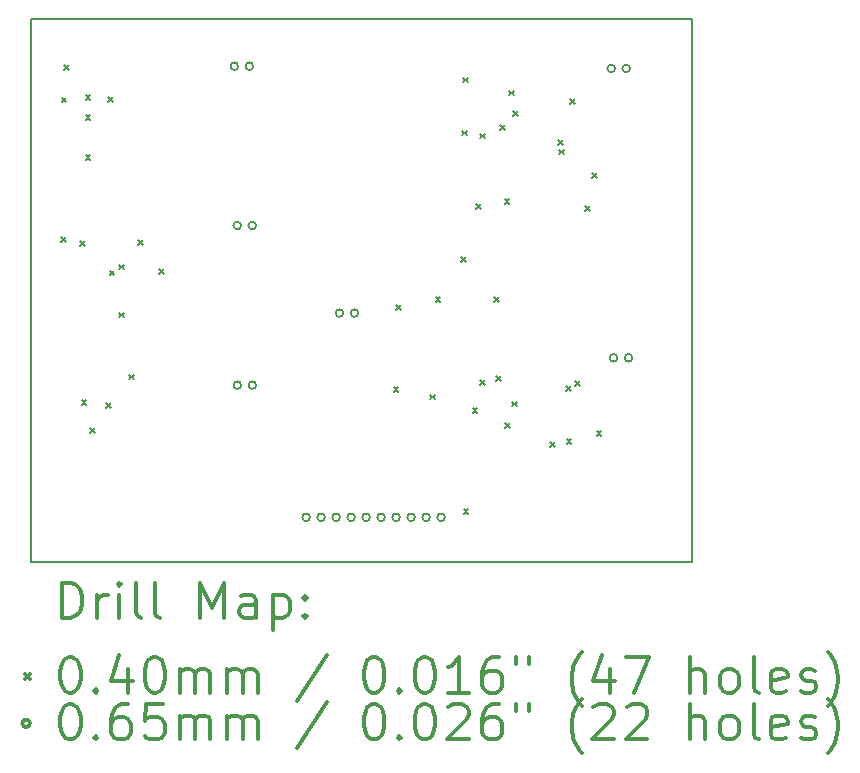
<source format=gbr>
%FSLAX45Y45*%
G04 Gerber Fmt 4.5, Leading zero omitted, Abs format (unit mm)*
G04 Created by KiCad (PCBNEW 4.0.7) date 04/07/18 17:01:16*
%MOMM*%
%LPD*%
G01*
G04 APERTURE LIST*
%ADD10C,0.127000*%
%ADD11C,0.150000*%
%ADD12C,0.200000*%
%ADD13C,0.300000*%
G04 APERTURE END LIST*
D10*
D11*
X12187000Y-8213000D02*
X12187000Y-8313000D01*
X17787000Y-8213000D02*
X12187000Y-8213000D01*
X17787000Y-12813000D02*
X17787000Y-8213000D01*
X12187000Y-12813000D02*
X17787000Y-12813000D01*
X12187000Y-8313000D02*
X12187000Y-12813000D01*
D12*
X12445570Y-10057980D02*
X12485570Y-10097980D01*
X12485570Y-10057980D02*
X12445570Y-10097980D01*
X12447050Y-8880000D02*
X12487050Y-8920000D01*
X12487050Y-8880000D02*
X12447050Y-8920000D01*
X12466340Y-8602460D02*
X12506340Y-8642460D01*
X12506340Y-8602460D02*
X12466340Y-8642460D01*
X12607160Y-10095530D02*
X12647160Y-10135530D01*
X12647160Y-10095530D02*
X12607160Y-10135530D01*
X12616470Y-11437640D02*
X12656470Y-11477640D01*
X12656470Y-11437640D02*
X12616470Y-11477640D01*
X12651000Y-8855220D02*
X12691000Y-8895220D01*
X12691000Y-8855220D02*
X12651000Y-8895220D01*
X12651590Y-9030000D02*
X12691590Y-9070000D01*
X12691590Y-9030000D02*
X12651590Y-9070000D01*
X12651650Y-9368000D02*
X12691650Y-9408000D01*
X12691650Y-9368000D02*
X12651650Y-9408000D01*
X12687590Y-11678600D02*
X12727590Y-11718600D01*
X12727590Y-11678600D02*
X12687590Y-11718600D01*
X12822100Y-11466810D02*
X12862100Y-11506810D01*
X12862100Y-11466810D02*
X12822100Y-11506810D01*
X12843790Y-8878000D02*
X12883790Y-8918000D01*
X12883790Y-8878000D02*
X12843790Y-8918000D01*
X12853590Y-10343360D02*
X12893590Y-10383360D01*
X12893590Y-10343360D02*
X12853590Y-10383360D01*
X12936510Y-10292790D02*
X12976510Y-10332790D01*
X12976510Y-10292790D02*
X12936510Y-10332790D01*
X12936510Y-10699440D02*
X12976510Y-10739440D01*
X12976510Y-10699440D02*
X12936510Y-10739440D01*
X13020930Y-11225210D02*
X13060930Y-11265210D01*
X13060930Y-11225210D02*
X13020930Y-11265210D01*
X13094920Y-10084880D02*
X13134920Y-10124880D01*
X13134920Y-10084880D02*
X13094920Y-10124880D01*
X13271560Y-10330000D02*
X13311560Y-10370000D01*
X13311560Y-10330000D02*
X13271560Y-10370000D01*
X15259460Y-11328100D02*
X15299460Y-11368100D01*
X15299460Y-11328100D02*
X15259460Y-11368100D01*
X15281740Y-10636600D02*
X15321740Y-10676600D01*
X15321740Y-10636600D02*
X15281740Y-10676600D01*
X15568270Y-11394510D02*
X15608270Y-11434510D01*
X15608270Y-11394510D02*
X15568270Y-11434510D01*
X15615330Y-10567750D02*
X15655330Y-10607750D01*
X15655330Y-10567750D02*
X15615330Y-10607750D01*
X15829420Y-10229550D02*
X15869420Y-10269550D01*
X15869420Y-10229550D02*
X15829420Y-10269550D01*
X15838630Y-9159560D02*
X15878630Y-9199560D01*
X15878630Y-9159560D02*
X15838630Y-9199560D01*
X15844490Y-8710250D02*
X15884490Y-8750250D01*
X15884490Y-8710250D02*
X15844490Y-8750250D01*
X15850530Y-12362480D02*
X15890530Y-12402480D01*
X15890530Y-12362480D02*
X15850530Y-12402480D01*
X15928290Y-11511270D02*
X15968290Y-11551270D01*
X15968290Y-11511270D02*
X15928290Y-11551270D01*
X15954740Y-9782760D02*
X15994740Y-9822760D01*
X15994740Y-9782760D02*
X15954740Y-9822760D01*
X15990820Y-11271580D02*
X16030820Y-11311580D01*
X16030820Y-11271580D02*
X15990820Y-11311580D01*
X15993730Y-9185000D02*
X16033730Y-9225000D01*
X16033730Y-9185000D02*
X15993730Y-9225000D01*
X16110340Y-10566390D02*
X16150340Y-10606390D01*
X16150340Y-10566390D02*
X16110340Y-10606390D01*
X16127840Y-11236330D02*
X16167840Y-11276330D01*
X16167840Y-11236330D02*
X16127840Y-11276330D01*
X16158640Y-9110260D02*
X16198640Y-9150260D01*
X16198640Y-9110260D02*
X16158640Y-9150260D01*
X16199030Y-9738390D02*
X16239030Y-9778390D01*
X16239030Y-9738390D02*
X16199030Y-9778390D01*
X16202870Y-11636830D02*
X16242870Y-11676830D01*
X16242870Y-11636830D02*
X16202870Y-11676830D01*
X16238610Y-8820310D02*
X16278610Y-8860310D01*
X16278610Y-8820310D02*
X16238610Y-8860310D01*
X16261400Y-11453700D02*
X16301400Y-11493700D01*
X16301400Y-11453700D02*
X16261400Y-11493700D01*
X16271880Y-8992960D02*
X16311880Y-9032960D01*
X16311880Y-8992960D02*
X16271880Y-9032960D01*
X16581880Y-11794390D02*
X16621880Y-11834390D01*
X16621880Y-11794390D02*
X16581880Y-11834390D01*
X16653130Y-9240330D02*
X16693130Y-9280330D01*
X16693130Y-9240330D02*
X16653130Y-9280330D01*
X16659780Y-9320370D02*
X16699780Y-9360370D01*
X16699780Y-9320370D02*
X16659780Y-9360370D01*
X16720680Y-11319860D02*
X16760680Y-11359860D01*
X16760680Y-11319860D02*
X16720680Y-11359860D01*
X16722560Y-11770510D02*
X16762560Y-11810510D01*
X16762560Y-11770510D02*
X16722560Y-11810510D01*
X16753060Y-8892620D02*
X16793060Y-8932620D01*
X16793060Y-8892620D02*
X16753060Y-8932620D01*
X16794810Y-11279890D02*
X16834810Y-11319890D01*
X16834810Y-11279890D02*
X16794810Y-11319890D01*
X16879540Y-9795460D02*
X16919540Y-9835460D01*
X16919540Y-9795460D02*
X16879540Y-9835460D01*
X16941770Y-9517350D02*
X16981770Y-9557350D01*
X16981770Y-9517350D02*
X16941770Y-9557350D01*
X16977010Y-11705000D02*
X17017010Y-11745000D01*
X17017010Y-11705000D02*
X16977010Y-11745000D01*
X13942500Y-8613000D02*
G75*
G03X13942500Y-8613000I-32500J0D01*
G01*
X13967500Y-9963000D02*
G75*
G03X13967500Y-9963000I-32500J0D01*
G01*
X13967500Y-11313000D02*
G75*
G03X13967500Y-11313000I-32500J0D01*
G01*
X14069500Y-8613000D02*
G75*
G03X14069500Y-8613000I-32500J0D01*
G01*
X14094500Y-9963000D02*
G75*
G03X14094500Y-9963000I-32500J0D01*
G01*
X14094500Y-11313000D02*
G75*
G03X14094500Y-11313000I-32500J0D01*
G01*
X14549500Y-12433000D02*
G75*
G03X14549500Y-12433000I-32500J0D01*
G01*
X14676500Y-12433000D02*
G75*
G03X14676500Y-12433000I-32500J0D01*
G01*
X14803500Y-12433000D02*
G75*
G03X14803500Y-12433000I-32500J0D01*
G01*
X14832500Y-10703000D02*
G75*
G03X14832500Y-10703000I-32500J0D01*
G01*
X14930500Y-12433000D02*
G75*
G03X14930500Y-12433000I-32500J0D01*
G01*
X14959500Y-10703000D02*
G75*
G03X14959500Y-10703000I-32500J0D01*
G01*
X15057500Y-12433000D02*
G75*
G03X15057500Y-12433000I-32500J0D01*
G01*
X15184500Y-12433000D02*
G75*
G03X15184500Y-12433000I-32500J0D01*
G01*
X15311500Y-12433000D02*
G75*
G03X15311500Y-12433000I-32500J0D01*
G01*
X15438500Y-12433000D02*
G75*
G03X15438500Y-12433000I-32500J0D01*
G01*
X15565500Y-12433000D02*
G75*
G03X15565500Y-12433000I-32500J0D01*
G01*
X15692500Y-12433000D02*
G75*
G03X15692500Y-12433000I-32500J0D01*
G01*
X17132500Y-8633000D02*
G75*
G03X17132500Y-8633000I-32500J0D01*
G01*
X17152500Y-11083000D02*
G75*
G03X17152500Y-11083000I-32500J0D01*
G01*
X17259500Y-8633000D02*
G75*
G03X17259500Y-8633000I-32500J0D01*
G01*
X17279500Y-11083000D02*
G75*
G03X17279500Y-11083000I-32500J0D01*
G01*
D13*
X12450928Y-13286214D02*
X12450928Y-12986214D01*
X12522357Y-12986214D01*
X12565214Y-13000500D01*
X12593786Y-13029071D01*
X12608071Y-13057643D01*
X12622357Y-13114786D01*
X12622357Y-13157643D01*
X12608071Y-13214786D01*
X12593786Y-13243357D01*
X12565214Y-13271929D01*
X12522357Y-13286214D01*
X12450928Y-13286214D01*
X12750928Y-13286214D02*
X12750928Y-13086214D01*
X12750928Y-13143357D02*
X12765214Y-13114786D01*
X12779500Y-13100500D01*
X12808071Y-13086214D01*
X12836643Y-13086214D01*
X12936643Y-13286214D02*
X12936643Y-13086214D01*
X12936643Y-12986214D02*
X12922357Y-13000500D01*
X12936643Y-13014786D01*
X12950928Y-13000500D01*
X12936643Y-12986214D01*
X12936643Y-13014786D01*
X13122357Y-13286214D02*
X13093786Y-13271929D01*
X13079500Y-13243357D01*
X13079500Y-12986214D01*
X13279500Y-13286214D02*
X13250928Y-13271929D01*
X13236643Y-13243357D01*
X13236643Y-12986214D01*
X13622357Y-13286214D02*
X13622357Y-12986214D01*
X13722357Y-13200500D01*
X13822357Y-12986214D01*
X13822357Y-13286214D01*
X14093786Y-13286214D02*
X14093786Y-13129071D01*
X14079500Y-13100500D01*
X14050928Y-13086214D01*
X13993786Y-13086214D01*
X13965214Y-13100500D01*
X14093786Y-13271929D02*
X14065214Y-13286214D01*
X13993786Y-13286214D01*
X13965214Y-13271929D01*
X13950928Y-13243357D01*
X13950928Y-13214786D01*
X13965214Y-13186214D01*
X13993786Y-13171929D01*
X14065214Y-13171929D01*
X14093786Y-13157643D01*
X14236643Y-13086214D02*
X14236643Y-13386214D01*
X14236643Y-13100500D02*
X14265214Y-13086214D01*
X14322357Y-13086214D01*
X14350928Y-13100500D01*
X14365214Y-13114786D01*
X14379500Y-13143357D01*
X14379500Y-13229071D01*
X14365214Y-13257643D01*
X14350928Y-13271929D01*
X14322357Y-13286214D01*
X14265214Y-13286214D01*
X14236643Y-13271929D01*
X14508071Y-13257643D02*
X14522357Y-13271929D01*
X14508071Y-13286214D01*
X14493786Y-13271929D01*
X14508071Y-13257643D01*
X14508071Y-13286214D01*
X14508071Y-13100500D02*
X14522357Y-13114786D01*
X14508071Y-13129071D01*
X14493786Y-13114786D01*
X14508071Y-13100500D01*
X14508071Y-13129071D01*
X12139500Y-13760500D02*
X12179500Y-13800500D01*
X12179500Y-13760500D02*
X12139500Y-13800500D01*
X12508071Y-13616214D02*
X12536643Y-13616214D01*
X12565214Y-13630500D01*
X12579500Y-13644786D01*
X12593786Y-13673357D01*
X12608071Y-13730500D01*
X12608071Y-13801929D01*
X12593786Y-13859071D01*
X12579500Y-13887643D01*
X12565214Y-13901929D01*
X12536643Y-13916214D01*
X12508071Y-13916214D01*
X12479500Y-13901929D01*
X12465214Y-13887643D01*
X12450928Y-13859071D01*
X12436643Y-13801929D01*
X12436643Y-13730500D01*
X12450928Y-13673357D01*
X12465214Y-13644786D01*
X12479500Y-13630500D01*
X12508071Y-13616214D01*
X12736643Y-13887643D02*
X12750928Y-13901929D01*
X12736643Y-13916214D01*
X12722357Y-13901929D01*
X12736643Y-13887643D01*
X12736643Y-13916214D01*
X13008071Y-13716214D02*
X13008071Y-13916214D01*
X12936643Y-13601929D02*
X12865214Y-13816214D01*
X13050928Y-13816214D01*
X13222357Y-13616214D02*
X13250928Y-13616214D01*
X13279500Y-13630500D01*
X13293786Y-13644786D01*
X13308071Y-13673357D01*
X13322357Y-13730500D01*
X13322357Y-13801929D01*
X13308071Y-13859071D01*
X13293786Y-13887643D01*
X13279500Y-13901929D01*
X13250928Y-13916214D01*
X13222357Y-13916214D01*
X13193786Y-13901929D01*
X13179500Y-13887643D01*
X13165214Y-13859071D01*
X13150928Y-13801929D01*
X13150928Y-13730500D01*
X13165214Y-13673357D01*
X13179500Y-13644786D01*
X13193786Y-13630500D01*
X13222357Y-13616214D01*
X13450928Y-13916214D02*
X13450928Y-13716214D01*
X13450928Y-13744786D02*
X13465214Y-13730500D01*
X13493786Y-13716214D01*
X13536643Y-13716214D01*
X13565214Y-13730500D01*
X13579500Y-13759071D01*
X13579500Y-13916214D01*
X13579500Y-13759071D02*
X13593786Y-13730500D01*
X13622357Y-13716214D01*
X13665214Y-13716214D01*
X13693786Y-13730500D01*
X13708071Y-13759071D01*
X13708071Y-13916214D01*
X13850928Y-13916214D02*
X13850928Y-13716214D01*
X13850928Y-13744786D02*
X13865214Y-13730500D01*
X13893786Y-13716214D01*
X13936643Y-13716214D01*
X13965214Y-13730500D01*
X13979500Y-13759071D01*
X13979500Y-13916214D01*
X13979500Y-13759071D02*
X13993786Y-13730500D01*
X14022357Y-13716214D01*
X14065214Y-13716214D01*
X14093786Y-13730500D01*
X14108071Y-13759071D01*
X14108071Y-13916214D01*
X14693786Y-13601929D02*
X14436643Y-13987643D01*
X15079500Y-13616214D02*
X15108071Y-13616214D01*
X15136643Y-13630500D01*
X15150928Y-13644786D01*
X15165214Y-13673357D01*
X15179500Y-13730500D01*
X15179500Y-13801929D01*
X15165214Y-13859071D01*
X15150928Y-13887643D01*
X15136643Y-13901929D01*
X15108071Y-13916214D01*
X15079500Y-13916214D01*
X15050928Y-13901929D01*
X15036643Y-13887643D01*
X15022357Y-13859071D01*
X15008071Y-13801929D01*
X15008071Y-13730500D01*
X15022357Y-13673357D01*
X15036643Y-13644786D01*
X15050928Y-13630500D01*
X15079500Y-13616214D01*
X15308071Y-13887643D02*
X15322357Y-13901929D01*
X15308071Y-13916214D01*
X15293786Y-13901929D01*
X15308071Y-13887643D01*
X15308071Y-13916214D01*
X15508071Y-13616214D02*
X15536643Y-13616214D01*
X15565214Y-13630500D01*
X15579500Y-13644786D01*
X15593785Y-13673357D01*
X15608071Y-13730500D01*
X15608071Y-13801929D01*
X15593785Y-13859071D01*
X15579500Y-13887643D01*
X15565214Y-13901929D01*
X15536643Y-13916214D01*
X15508071Y-13916214D01*
X15479500Y-13901929D01*
X15465214Y-13887643D01*
X15450928Y-13859071D01*
X15436643Y-13801929D01*
X15436643Y-13730500D01*
X15450928Y-13673357D01*
X15465214Y-13644786D01*
X15479500Y-13630500D01*
X15508071Y-13616214D01*
X15893785Y-13916214D02*
X15722357Y-13916214D01*
X15808071Y-13916214D02*
X15808071Y-13616214D01*
X15779500Y-13659071D01*
X15750928Y-13687643D01*
X15722357Y-13701929D01*
X16150928Y-13616214D02*
X16093785Y-13616214D01*
X16065214Y-13630500D01*
X16050928Y-13644786D01*
X16022357Y-13687643D01*
X16008071Y-13744786D01*
X16008071Y-13859071D01*
X16022357Y-13887643D01*
X16036643Y-13901929D01*
X16065214Y-13916214D01*
X16122357Y-13916214D01*
X16150928Y-13901929D01*
X16165214Y-13887643D01*
X16179500Y-13859071D01*
X16179500Y-13787643D01*
X16165214Y-13759071D01*
X16150928Y-13744786D01*
X16122357Y-13730500D01*
X16065214Y-13730500D01*
X16036643Y-13744786D01*
X16022357Y-13759071D01*
X16008071Y-13787643D01*
X16293786Y-13616214D02*
X16293786Y-13673357D01*
X16408071Y-13616214D02*
X16408071Y-13673357D01*
X16850928Y-14030500D02*
X16836643Y-14016214D01*
X16808071Y-13973357D01*
X16793786Y-13944786D01*
X16779500Y-13901929D01*
X16765214Y-13830500D01*
X16765214Y-13773357D01*
X16779500Y-13701929D01*
X16793786Y-13659071D01*
X16808071Y-13630500D01*
X16836643Y-13587643D01*
X16850928Y-13573357D01*
X17093786Y-13716214D02*
X17093786Y-13916214D01*
X17022357Y-13601929D02*
X16950928Y-13816214D01*
X17136643Y-13816214D01*
X17222357Y-13616214D02*
X17422357Y-13616214D01*
X17293786Y-13916214D01*
X17765214Y-13916214D02*
X17765214Y-13616214D01*
X17893786Y-13916214D02*
X17893786Y-13759071D01*
X17879500Y-13730500D01*
X17850928Y-13716214D01*
X17808071Y-13716214D01*
X17779500Y-13730500D01*
X17765214Y-13744786D01*
X18079500Y-13916214D02*
X18050928Y-13901929D01*
X18036643Y-13887643D01*
X18022357Y-13859071D01*
X18022357Y-13773357D01*
X18036643Y-13744786D01*
X18050928Y-13730500D01*
X18079500Y-13716214D01*
X18122357Y-13716214D01*
X18150928Y-13730500D01*
X18165214Y-13744786D01*
X18179500Y-13773357D01*
X18179500Y-13859071D01*
X18165214Y-13887643D01*
X18150928Y-13901929D01*
X18122357Y-13916214D01*
X18079500Y-13916214D01*
X18350928Y-13916214D02*
X18322357Y-13901929D01*
X18308071Y-13873357D01*
X18308071Y-13616214D01*
X18579500Y-13901929D02*
X18550929Y-13916214D01*
X18493786Y-13916214D01*
X18465214Y-13901929D01*
X18450929Y-13873357D01*
X18450929Y-13759071D01*
X18465214Y-13730500D01*
X18493786Y-13716214D01*
X18550929Y-13716214D01*
X18579500Y-13730500D01*
X18593786Y-13759071D01*
X18593786Y-13787643D01*
X18450929Y-13816214D01*
X18708071Y-13901929D02*
X18736643Y-13916214D01*
X18793786Y-13916214D01*
X18822357Y-13901929D01*
X18836643Y-13873357D01*
X18836643Y-13859071D01*
X18822357Y-13830500D01*
X18793786Y-13816214D01*
X18750929Y-13816214D01*
X18722357Y-13801929D01*
X18708071Y-13773357D01*
X18708071Y-13759071D01*
X18722357Y-13730500D01*
X18750929Y-13716214D01*
X18793786Y-13716214D01*
X18822357Y-13730500D01*
X18936643Y-14030500D02*
X18950929Y-14016214D01*
X18979500Y-13973357D01*
X18993786Y-13944786D01*
X19008071Y-13901929D01*
X19022357Y-13830500D01*
X19022357Y-13773357D01*
X19008071Y-13701929D01*
X18993786Y-13659071D01*
X18979500Y-13630500D01*
X18950929Y-13587643D01*
X18936643Y-13573357D01*
X12179500Y-14176500D02*
G75*
G03X12179500Y-14176500I-32500J0D01*
G01*
X12508071Y-14012214D02*
X12536643Y-14012214D01*
X12565214Y-14026500D01*
X12579500Y-14040786D01*
X12593786Y-14069357D01*
X12608071Y-14126500D01*
X12608071Y-14197929D01*
X12593786Y-14255071D01*
X12579500Y-14283643D01*
X12565214Y-14297929D01*
X12536643Y-14312214D01*
X12508071Y-14312214D01*
X12479500Y-14297929D01*
X12465214Y-14283643D01*
X12450928Y-14255071D01*
X12436643Y-14197929D01*
X12436643Y-14126500D01*
X12450928Y-14069357D01*
X12465214Y-14040786D01*
X12479500Y-14026500D01*
X12508071Y-14012214D01*
X12736643Y-14283643D02*
X12750928Y-14297929D01*
X12736643Y-14312214D01*
X12722357Y-14297929D01*
X12736643Y-14283643D01*
X12736643Y-14312214D01*
X13008071Y-14012214D02*
X12950928Y-14012214D01*
X12922357Y-14026500D01*
X12908071Y-14040786D01*
X12879500Y-14083643D01*
X12865214Y-14140786D01*
X12865214Y-14255071D01*
X12879500Y-14283643D01*
X12893786Y-14297929D01*
X12922357Y-14312214D01*
X12979500Y-14312214D01*
X13008071Y-14297929D01*
X13022357Y-14283643D01*
X13036643Y-14255071D01*
X13036643Y-14183643D01*
X13022357Y-14155071D01*
X13008071Y-14140786D01*
X12979500Y-14126500D01*
X12922357Y-14126500D01*
X12893786Y-14140786D01*
X12879500Y-14155071D01*
X12865214Y-14183643D01*
X13308071Y-14012214D02*
X13165214Y-14012214D01*
X13150928Y-14155071D01*
X13165214Y-14140786D01*
X13193786Y-14126500D01*
X13265214Y-14126500D01*
X13293786Y-14140786D01*
X13308071Y-14155071D01*
X13322357Y-14183643D01*
X13322357Y-14255071D01*
X13308071Y-14283643D01*
X13293786Y-14297929D01*
X13265214Y-14312214D01*
X13193786Y-14312214D01*
X13165214Y-14297929D01*
X13150928Y-14283643D01*
X13450928Y-14312214D02*
X13450928Y-14112214D01*
X13450928Y-14140786D02*
X13465214Y-14126500D01*
X13493786Y-14112214D01*
X13536643Y-14112214D01*
X13565214Y-14126500D01*
X13579500Y-14155071D01*
X13579500Y-14312214D01*
X13579500Y-14155071D02*
X13593786Y-14126500D01*
X13622357Y-14112214D01*
X13665214Y-14112214D01*
X13693786Y-14126500D01*
X13708071Y-14155071D01*
X13708071Y-14312214D01*
X13850928Y-14312214D02*
X13850928Y-14112214D01*
X13850928Y-14140786D02*
X13865214Y-14126500D01*
X13893786Y-14112214D01*
X13936643Y-14112214D01*
X13965214Y-14126500D01*
X13979500Y-14155071D01*
X13979500Y-14312214D01*
X13979500Y-14155071D02*
X13993786Y-14126500D01*
X14022357Y-14112214D01*
X14065214Y-14112214D01*
X14093786Y-14126500D01*
X14108071Y-14155071D01*
X14108071Y-14312214D01*
X14693786Y-13997929D02*
X14436643Y-14383643D01*
X15079500Y-14012214D02*
X15108071Y-14012214D01*
X15136643Y-14026500D01*
X15150928Y-14040786D01*
X15165214Y-14069357D01*
X15179500Y-14126500D01*
X15179500Y-14197929D01*
X15165214Y-14255071D01*
X15150928Y-14283643D01*
X15136643Y-14297929D01*
X15108071Y-14312214D01*
X15079500Y-14312214D01*
X15050928Y-14297929D01*
X15036643Y-14283643D01*
X15022357Y-14255071D01*
X15008071Y-14197929D01*
X15008071Y-14126500D01*
X15022357Y-14069357D01*
X15036643Y-14040786D01*
X15050928Y-14026500D01*
X15079500Y-14012214D01*
X15308071Y-14283643D02*
X15322357Y-14297929D01*
X15308071Y-14312214D01*
X15293786Y-14297929D01*
X15308071Y-14283643D01*
X15308071Y-14312214D01*
X15508071Y-14012214D02*
X15536643Y-14012214D01*
X15565214Y-14026500D01*
X15579500Y-14040786D01*
X15593785Y-14069357D01*
X15608071Y-14126500D01*
X15608071Y-14197929D01*
X15593785Y-14255071D01*
X15579500Y-14283643D01*
X15565214Y-14297929D01*
X15536643Y-14312214D01*
X15508071Y-14312214D01*
X15479500Y-14297929D01*
X15465214Y-14283643D01*
X15450928Y-14255071D01*
X15436643Y-14197929D01*
X15436643Y-14126500D01*
X15450928Y-14069357D01*
X15465214Y-14040786D01*
X15479500Y-14026500D01*
X15508071Y-14012214D01*
X15722357Y-14040786D02*
X15736643Y-14026500D01*
X15765214Y-14012214D01*
X15836643Y-14012214D01*
X15865214Y-14026500D01*
X15879500Y-14040786D01*
X15893785Y-14069357D01*
X15893785Y-14097929D01*
X15879500Y-14140786D01*
X15708071Y-14312214D01*
X15893785Y-14312214D01*
X16150928Y-14012214D02*
X16093785Y-14012214D01*
X16065214Y-14026500D01*
X16050928Y-14040786D01*
X16022357Y-14083643D01*
X16008071Y-14140786D01*
X16008071Y-14255071D01*
X16022357Y-14283643D01*
X16036643Y-14297929D01*
X16065214Y-14312214D01*
X16122357Y-14312214D01*
X16150928Y-14297929D01*
X16165214Y-14283643D01*
X16179500Y-14255071D01*
X16179500Y-14183643D01*
X16165214Y-14155071D01*
X16150928Y-14140786D01*
X16122357Y-14126500D01*
X16065214Y-14126500D01*
X16036643Y-14140786D01*
X16022357Y-14155071D01*
X16008071Y-14183643D01*
X16293786Y-14012214D02*
X16293786Y-14069357D01*
X16408071Y-14012214D02*
X16408071Y-14069357D01*
X16850928Y-14426500D02*
X16836643Y-14412214D01*
X16808071Y-14369357D01*
X16793786Y-14340786D01*
X16779500Y-14297929D01*
X16765214Y-14226500D01*
X16765214Y-14169357D01*
X16779500Y-14097929D01*
X16793786Y-14055071D01*
X16808071Y-14026500D01*
X16836643Y-13983643D01*
X16850928Y-13969357D01*
X16950928Y-14040786D02*
X16965214Y-14026500D01*
X16993786Y-14012214D01*
X17065214Y-14012214D01*
X17093786Y-14026500D01*
X17108071Y-14040786D01*
X17122357Y-14069357D01*
X17122357Y-14097929D01*
X17108071Y-14140786D01*
X16936643Y-14312214D01*
X17122357Y-14312214D01*
X17236643Y-14040786D02*
X17250928Y-14026500D01*
X17279500Y-14012214D01*
X17350928Y-14012214D01*
X17379500Y-14026500D01*
X17393786Y-14040786D01*
X17408071Y-14069357D01*
X17408071Y-14097929D01*
X17393786Y-14140786D01*
X17222357Y-14312214D01*
X17408071Y-14312214D01*
X17765214Y-14312214D02*
X17765214Y-14012214D01*
X17893786Y-14312214D02*
X17893786Y-14155071D01*
X17879500Y-14126500D01*
X17850928Y-14112214D01*
X17808071Y-14112214D01*
X17779500Y-14126500D01*
X17765214Y-14140786D01*
X18079500Y-14312214D02*
X18050928Y-14297929D01*
X18036643Y-14283643D01*
X18022357Y-14255071D01*
X18022357Y-14169357D01*
X18036643Y-14140786D01*
X18050928Y-14126500D01*
X18079500Y-14112214D01*
X18122357Y-14112214D01*
X18150928Y-14126500D01*
X18165214Y-14140786D01*
X18179500Y-14169357D01*
X18179500Y-14255071D01*
X18165214Y-14283643D01*
X18150928Y-14297929D01*
X18122357Y-14312214D01*
X18079500Y-14312214D01*
X18350928Y-14312214D02*
X18322357Y-14297929D01*
X18308071Y-14269357D01*
X18308071Y-14012214D01*
X18579500Y-14297929D02*
X18550929Y-14312214D01*
X18493786Y-14312214D01*
X18465214Y-14297929D01*
X18450929Y-14269357D01*
X18450929Y-14155071D01*
X18465214Y-14126500D01*
X18493786Y-14112214D01*
X18550929Y-14112214D01*
X18579500Y-14126500D01*
X18593786Y-14155071D01*
X18593786Y-14183643D01*
X18450929Y-14212214D01*
X18708071Y-14297929D02*
X18736643Y-14312214D01*
X18793786Y-14312214D01*
X18822357Y-14297929D01*
X18836643Y-14269357D01*
X18836643Y-14255071D01*
X18822357Y-14226500D01*
X18793786Y-14212214D01*
X18750929Y-14212214D01*
X18722357Y-14197929D01*
X18708071Y-14169357D01*
X18708071Y-14155071D01*
X18722357Y-14126500D01*
X18750929Y-14112214D01*
X18793786Y-14112214D01*
X18822357Y-14126500D01*
X18936643Y-14426500D02*
X18950929Y-14412214D01*
X18979500Y-14369357D01*
X18993786Y-14340786D01*
X19008071Y-14297929D01*
X19022357Y-14226500D01*
X19022357Y-14169357D01*
X19008071Y-14097929D01*
X18993786Y-14055071D01*
X18979500Y-14026500D01*
X18950929Y-13983643D01*
X18936643Y-13969357D01*
M02*

</source>
